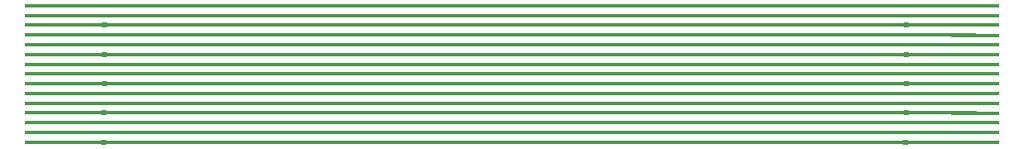
<source format=gtl>
G04 Layer: TopLayer*
G04 EasyEDA Pro v2.1.64.d1969c9c.217bcf, 2024-08-01 22:51:47*
G04 Gerber Generator version 0.3*
G04 Scale: 100 percent, Rotated: No, Reflected: No*
G04 Dimensions in millimeters*
G04 Leading zeros omitted, absolute positions, 3 integers and 5 decimals*
%FSLAX35Y35*%
%MOMM*%
%ADD10C,0.3*%
%ADD11R,5.0X0.4*%
%ADD12R,5.0X0.4*%
%ADD13C,0.61*%
G75*


G04 PolygonModel Start*
G54D10*
G01X870400Y-500001D02*
G01X10329940Y-500001D01*
G01Y-500002D01*
G01X870400Y-600001D02*
G01X10329940Y-600001D01*
G01X870400Y-700001D02*
G01X10329940Y-700001D01*
G01X870400Y-800001D02*
G01X10329940Y-800001D01*
G01X870400Y-900000D02*
G01X10329940Y-900000D01*
G01Y-900001D01*
G01X870400Y-1000000D02*
G01X10329940Y-1000000D01*
G01Y-1000001D01*
G01X870400Y-1100000D02*
G01X10329940Y-1100000D01*
G01X870400Y-1200000D02*
G01X10329940Y-1200000D01*
G01X870400Y-1300000D02*
G01X10329940Y-1300000D01*
G01X870400Y-1400025D02*
G01X10329940Y-1400025D01*
G01X870400Y-1500025D02*
G01X10329940Y-1500025D01*
G01X873260Y-1597040D02*
G01X10332800Y-1597040D01*
G01X870400Y-1699999D02*
G01X10329940Y-1699999D01*
G01X870400Y-1799999D02*
G01X10329940Y-1799999D01*
G01X870060Y-1899998D02*
G01X10329600Y-1899998D01*
G01Y-1899999D01*
G04 PolygonModel End*

G04 Pad Start*
G54D11*
G01X10329940Y-500002D03*
G01X10329600Y-600001D03*
G01X10329600Y-700001D03*
G01X10326740Y-802960D03*
G01X10329600Y-899975D03*
G01X10329600Y-999975D03*
G01X10329600Y-1100000D03*
G01X10329600Y-1200000D03*
G01X10329600Y-1300000D03*
G01X10329600Y-1400000D03*
G01X10329600Y-1500000D03*
G01X10329600Y-1599999D03*
G01X10329600Y-1699999D03*
G01X10329600Y-1799999D03*
G01X10329600Y-1899999D03*
G54D12*
G01X870060Y-1899998D03*
G01X870400Y-1799999D03*
G01X870400Y-1699999D03*
G01X873260Y-1597040D03*
G01X870400Y-1500025D03*
G01X870400Y-1400025D03*
G01X870400Y-1300000D03*
G01X870400Y-1200000D03*
G01X870400Y-1100000D03*
G01X870400Y-1000000D03*
G01X870400Y-900000D03*
G01X870400Y-800001D03*
G01X870400Y-700001D03*
G01X870400Y-600001D03*
G01X870400Y-500001D03*
G04 Pad End*

G04 Via Start*
G54D13*
G01X1431753Y-1899998D03*
G01X1432729Y-1597040D03*
G01X1433706Y-1300000D03*
G01X1435658Y-1000000D03*
G01X1437611Y-700001D03*
G01X9619940Y-1899998D03*
G01X9620916Y-1597040D03*
G01X9621893Y-1300000D03*
G01X9623846Y-1000000D03*
G01X9625799Y-700001D03*
G04 Via End*

M02*

</source>
